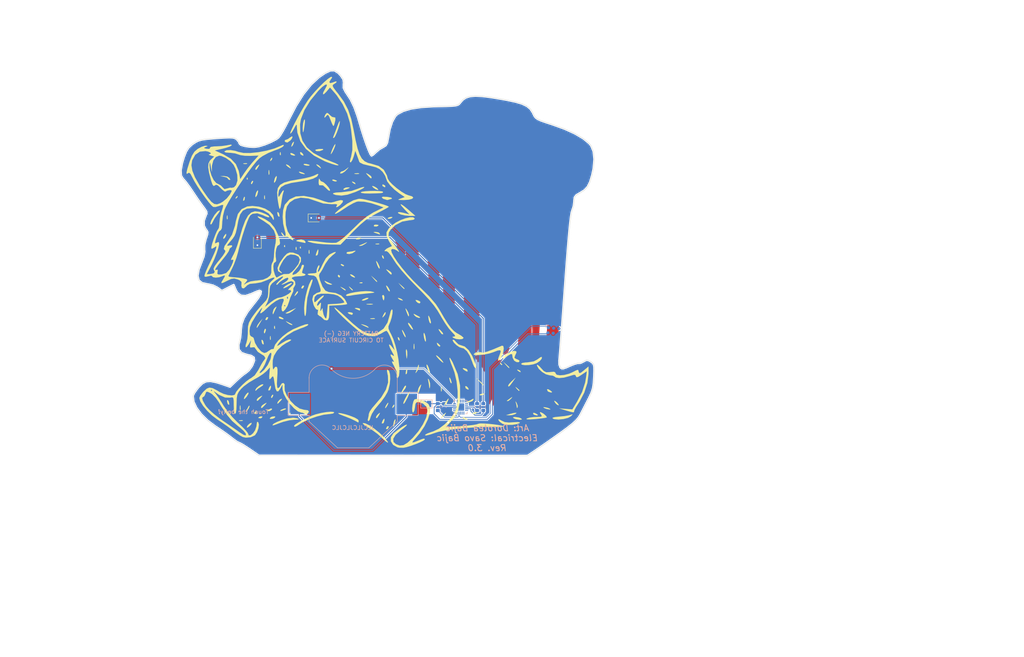
<source format=kicad_pcb>
(kicad_pcb (version 20241229) (generator "pcbnew") (generator_version "9.0")
  (title_block (title "Raccoon") (date "2025-10-25") (rev "3.0") (company "Savo Bajic"))
  (layers (0 "F.Cu" signal) (2 "B.Cu" signal) (13 "F.Paste" user) (15 "B.Paste" user) (5 "F.SilkS" user "F.Silkscreen") (7 "B.SilkS" user "B.Silkscreen") (1 "F.Mask" user) (3 "B.Mask" user) (25 "Edge.Cuts" user))
  (net 0 "")
  (net 1 "VCC")
  (net 2 "GND")
  (net 3 "Net-(D1-A)")
  (net 4 "Net-(D2-A)")
  (net 5 "/LED_RIGHT")
  (net 6 "/LED_LEFT")
  (net 7 "/~{RESET}")
  (net 8 "/SENSE")
  (net 26 "Net-(BT1-+)")
  (footprint "Diode_SMD:D_0805_2012Metric" (layer "F.Cu") (at 98.298 79.3265 90)
    (property "Reference" "D1" (hide yes))
    (property "Value" "RED")
  )
  (footprint "raccoon-art:outline" (layer "F.Cu") (at 129.794 81.534)
    (property "Reference" "G***" (hide yes))
    (property "Value" "LOGO" (hide yes))
    (fp_poly (pts (xy -11.928932 -43.048743) (xy -11.306227 -42.383493) (xy -10.693586 -41.465687) (xy -10.570003 -40.632504) (xy -10.620479 -40.324536) (xy -10.626537 -39.398593) (xy -10.15035 -38.431164) (xy -9.981605 -38.197103) (xy -8.939117 -36.605582) (xy -8.052938 -34.771667) (xy -7.244273 -32.517844) (xy -6.806653 -31.04438) (xy -6.242215 -29.132137) (xy -5.650789 -27.290939) (xy -5.075091 -25.637435) (xy -4.55784 -24.288276) (xy -4.141753 -23.360109) (xy -3.869547 -22.969586) (xy -3.847736 -22.964383) (xy -3.463275 -23.193731) (xy -2.861956 -23.751357) (xy -2.809844 -23.80627) (xy -1.92684 -24.546972) (xy -1.053473 -25.048063) (xy -0.407665 -25.443992) (xy -0.052273 -26.0963) (xy 0.126043 -27.009677) (xy 0.56896 -29.357361) (xy 1.175712 -31.231084) (xy 1.914695 -32.54759) (xy 2.415392 -33.040393) (xy 3.830996 -33.795526) (xy 5.707391 -34.350566) (xy 8.109457 -34.718003) (xy 11.102076 -34.910328) (xy 12.273375 -34.938166) (xy 14.195927 -34.974266) (xy 15.543494 -35.026503) (xy 16.436975 -35.113864) (xy 16.99727 -35.255335) (xy 17.345279 -35.469903) (xy 17.600661 -35.774782) (xy 18.236003 -36.513746) (xy 19.011035 -37.038489) (xy 20.010984 -37.354543) (xy 21.321076 -37.467443) (xy 23.026536 -37.382719) (xy 25.212593 -37.105907) (xy 27.964471 -36.642539) (xy 28.748888 -36.498559) (xy 30.971943 -36.034951) (xy 32.613805 -35.553817) (xy 33.788015 -34.997546) (xy 34.608114 -34.308528) (xy 35.187645 -33.429152) (xy 35.309627 -33.169693) (xy 35.584276 -32.605242) (xy 35.909679 -32.179116) (xy 36.410946 -31.820642) (xy 37.213187 -31.459145) (xy 38.441513 -31.023952) (xy 40.018724 -30.509564) (xy 42.929984 -29.45647) (xy 45.424432 -28.31986) (xy 47.423315 -27.143028) (xy 48.847882 -25.969269) (xy 49.321233 -25.395543) (xy 49.911889 -23.97739) (xy 50.107822 -22.089682) (xy 49.905422 -19.838449) (xy 49.564494 -18.25324) (xy 49.052706 -16.576869) (xy 48.473679 -15.415158) (xy 47.705828 -14.589001) (xy 46.627563 -13.919294) (xy 46.619569 -13.915212) (xy 45.744509 -13.401099) (xy 45.341292 -12.882009) (xy 45.232681 -12.102051) (xy 45.230733 -11.910052) (xy 45.089922 -10.746131) (xy 44.751653 -9.699362) (xy 44.729001 -9.654616) (xy 44.583332 -9.155896) (xy 44.419767 -8.167346) (xy 44.235382 -6.658481) (xy 44.027254 -4.598817) (xy 43.792458 -1.957869) (xy 43.528071 1.294847) (xy 43.231168 5.189815) (xy 42.993491 8.438535) (xy 42.745389 11.859064) (xy 42.5079 15.096436) (xy 42.286487 18.078741) (xy 42.086612 20.734065) (xy 41.913738 22.990498) (xy 41.773327 24.776127) (xy 41.670841 26.019042) (xy 41.611742 26.64733) (xy 41.608258 26.674853) (xy 41.624325 27.623603) (xy 41.867145 28.324202) (xy 42.163144 28.602326) (xy 42.58315 28.62914) (xy 43.307881 28.379342) (xy 44.135848 28.006549) (xy 45.181522 27.571548) (xy 45.980612 27.333719) (xy 46.300678 27.32851) (xy 46.777277 27.290955) (xy 47.484693 26.940197) (xy 48.160737 26.570816) (xy 48.689671 26.617314) (xy 49.267748 26.955708) (xy 49.70084 27.274574) (xy 49.959821 27.643266) (xy 50.080104 28.225578) (xy 50.097107 29.185301) (xy 50.050625 30.576406) (xy 49.949304 32.214788) (xy 49.753928 33.440196) (xy 49.395968 34.535078) (xy 48.806896 35.781883) (xy 48.770497 35.852599) (xy 48.040178 37.270825) (xy 47.299682 38.713355) (xy 46.783901 39.721829) (xy 46.329557 40.478139) (xy 45.708305 41.218952) (xy 44.814071 42.042289) (xy 43.540784 43.046169) (xy 41.8545 44.277071) (xy 40.192532 45.458805) (xy 38.548585 46.616125) (xy 37.093773 47.629303) (xy 35.999208 48.378609) (xy 35.843001 48.483324) (xy 33.933947 49.756164) (xy 1.396425 49.735904) (xy -31.141096 49.715644) (xy -33.397951 48.170151) (xy -34.502399 47.439758) (xy -35.397442 46.895557) (xy -35.921662 46.634477) (xy -35.971705 46.624658) (xy -36.400338 46.419898) (xy -37.156273 45.89495) (xy -37.716219 45.45552) (xy -38.707999 44.69674) (xy -40.033181 43.752858) (xy -41.434276 42.806347) (xy -41.683125 42.644306) (xy -43.536619 41.257622) (xy -45.079286 39.73331) (xy -46.237289 38.175441) (xy -46.936795 36.688084) (xy -47.103969 35.37531) (xy -47.051627 35.077394) (xy -46.749106 34.48823) (xy -46.138694 33.625479) (xy -45.692831 33.076709) (xy -44.809268 32.209248) (xy -43.899589 31.751857) (xy -42.803556 31.683852) (xy -41.360929 31.984551) (xy -40.172431 32.364148) (xy -38.13455 33.065281) (xy -36.551522 31.534505) (xy -35.581279 30.652049) (xy -34.689603 29.934303) (xy -34.186753 29.603929) (xy -33.545906 29.050418) (xy -32.8816 28.145256) (xy -32.687387 27.797468) (xy -32.255485 26.697893) (xy -32.347314 25.972873) (xy -33.021549 25.518291) (xy -34.115265 25.263726) (xy -35.350726 24.828836) (xy -35.998619 24.022681) (xy -36.049802 22.860888) (xy -35.881849 22.243694) (xy -35.645002 21.205501) (xy -35.503457 19.894195) (xy -35.48622 19.346024) (xy -35.319915 17.880633) (xy -34.785538 16.406822) (xy -33.819244 14.796293) (xy -32.357185 12.92075) (xy -32.191752 12.725965) (xy -31.253894 11.509324) (xy -30.721748 10.556007) (xy -30.626781 9.942102) (xy -30.957815 9.742466) (xy -31.448492 9.884485) (xy -32.313209 10.245382) (xy -32.828609 10.486845) (xy -34.327342 11.009957) (xy -35.486477 10.939542) (xy -36.344252 10.266459) (xy -36.737432 9.552244) (xy -37.242706 8.342954) (xy -38.674911 9.073611) (xy -40.107116 9.804267) (xy -41.156474 9.028443) (xy -42.272793 8.464439) (xy -43.527728 8.178382) (xy -43.572091 8.17553) (xy -44.902206 7.89804) (xy -45.697351 7.231689) (xy -45.963726 6.154881) (xy -45.707531 4.646017) (xy -45.066602 2.969969) (xy -44.474971 1.416581) (xy -44.297803 0.259091) (xy -44.34133 -0.152542) (xy -44.344429 -1.24878) (xy -44.044792 -2.594183) (xy -43.964839 -2.829276) (xy -43.633838 -3.822965) (xy -43.559558 -4.403112) (xy -43.741272 -4.80269) (xy -43.95794 -5.037783) (xy -44.439194 -5.9718) (xy -44.448448 -7.184662) (xy -44.035553 -8.342045) (xy -43.781525 -8.935907) (xy -43.853794 -9.456079) (xy -44.312545 -10.162434) (xy -44.519033 -10.429717) (xy -45.162813 -11.302119) (xy -46.022098 -12.532857) (xy -46.938263 -13.893502) (xy -47.182794 -14.265753) (xy -48.018712 -15.49436) (xy -48.783941 -16.528032) (xy -49.353608 -17.201299) (xy -49.495205 -17.330004) (xy -49.973021 -18.114688) (xy -50.043927 -19.42618) (xy -49.709367 -21.227807) (xy -49.287729 -22.607703) (xy -48.752078 -23.974312) (xy -48.175452 -24.903606) (xy -47.389959 -25.642491) (xy -47.059777 -25.884173) (xy -46.380846 -26.325466) (xy -45.715318 -26.63527) (xy -44.90246 -26.851088) (xy -43.781537 -27.010418) (xy -42.191815 -27.150764) (xy -41.372081 -27.211176) (xy -39.558524 -27.330651) (xy -38.305132 -27.377274) (xy -37.479227 -27.343275) (xy -36.948133 -27.220887) (xy -36.579175 -27.002341) (xy -36.489545 -26.925299) (xy -35.988341 -26.318207) (xy -35.838356 -25.913517) (xy -35.518738 -25.592385) (xy -34.673152 -25.316164) (xy -33.471504 -25.124663) (xy -32.184931 -25.057495) (xy -31.129742 -25.222667) (xy -29.747656 -25.652009) (xy -28.302054 -26.241134) (xy -27.056319 -26.885657) (xy -26.405622 -27.348013) (xy -25.957431 -27.927541) (xy -25.316327 -28.978293) (xy -24.576716 -30.337687) (xy -24.001123 -31.489041) (xy -22.166817 -35.013706) (xy -20.348746 -37.901843) (xy -18.503011 -40.210212) (xy -16.585717 -41.995572) (xy -15.082805 -43.020577) (xy -13.834828 -43.598791) (xy -12.848576 -43.619151)) (stroke (width 0.1)) (fill no) (layer "Edge.Cuts"))
  )
  (footprint "raccoon-art:copper" (layer "F.Cu") (at 129.794 81.534)
    (property "Reference" "G***" (hide yes))
    (property "Value" "LOGO" (hide yes))
  )
  (footprint "Diode_SMD:D_0805_2012Metric" (layer "F.Cu") (at 112.268 73.66)
    (property "Reference" "D2" (hide yes))
    (property "Value" "RED")
  )
  (footprint "raccoon-art:copper openings" (layer "F.Cu") (at 129.794 81.534)
    (property "Reference" "G***" (hide yes))
    (property "Value" "LOGO" (hide yes))
  )
  (footprint "raccoon-art:silkscreen" (layer "F.Cu") (at 129.794 81.534)
    (property "Reference" "G***" (hide yes))
    (property "Value" "LOGO" (hide yes))
  )
  (footprint "raccoon-art:tummy" (layer "F.Cu") (at 129.794 81.534)
    (property "Reference" "TP1" (hide yes))
    (property "Value" "TUMMY" (hide yes))
  )
  (footprint "Connector:Tag-Connect_TC2030-IDC-NL_2x03_P1.27mm_Vertical" (layer "B.Cu") (at 170 101 -5)
    (property "Reference" "J1" (hide yes))
    (property "Value" "AVR-UPDI-6")
  )
  (footprint "Resistor_SMD:R_0603_1608Metric" (layer "B.Cu") (at 142 119.5 -90)
    (property "Reference" "R1" (hide yes))
    (property "Value" "10k")
  )
  (footprint "Resistor_SMD:R_0603_1608Metric" (layer "B.Cu") (at 153 119.5 90)
    (property "Reference" "R3" (hide yes))
    (property "Value" "330")
  )
  (footprint "Jumper:SolderJumper-2_P1.3mm_Bridged2Bar_Pad1.0x1.5mm" (layer "B.Cu") (at 139.25 118.75)
    (property "Reference" "JP1" (hide yes))
    (property "Value" "CURRENT")
  )
  (footprint "Resistor_SMD:R_0603_1608Metric" (layer "B.Cu") (at 151.5 119.5 90)
    (property "Reference" "R2" (hide yes))
    (property "Value" "330")
  )
  (footprint "Package_DFN_QFN:VQFN-20-1EP_3x3mm_P0.4mm_EP1.7x1.7mm" (layer "B.Cu") (at 147.5 119.5)
    (property "Reference" "U1" (hide yes))
    (property "Value" "ATtiny1616-MN")
  )
  (footprint "Capacitor_SMD:C_0603_1608Metric" (layer "B.Cu") (at 143.5 119.5 -90)
    (property "Reference" "C1" (hide yes))
    (property "Value" "1u")
  )
  (footprint "Battery:BatteryHolder_Multicomp_BC-2001_1x2032" (layer "B.Cu") (at 121.5 118.75 180)
    (property "Reference" "BT1" (hide yes))
    (property "Value" "CR2032")
  )
  (gr_text "Touch the belly!" (at 94.996 120.65 0) (layer "B.SilkS") (effects (font (size 1 1) (thickness 0.15) (italic yes)) (justify mirror)))
  (gr_text "Art: Dorotea Bajic\nElectrical: Savo Bajic\nRev. ${REVISION}" (at 154 127 0) (layer "B.SilkS") (effects (font (size 1.5 1.5) (thickness 0.225) (italic yes)) (justify mirror)))
  (gr_text "JLCJLCJLCJLC" (at 121.5 124.5 0) (layer "B.SilkS") (effects (font (size 1 1)) (justify mirror)))
  (gr_text "BATTERY NEG (-)\nTO CIRCUIT SURFACE" (at 121 102.5 0) (layer "B.SilkS") (effects (font (size 1 1)) (justify mirror)))
  (segment (start 168.451385 101.75) (end 168.679489 101.521896) (width 0.2) (layer "B.Cu") (net 1))
  (segment (start 142 118.675) (end 141.125 119.55) (width 0.2) (layer "B.Cu") (net 1))
  (segment (start 141.125 119.55) (end 141.125 121.125) (width 0.2) (layer "B.Cu") (net 1))
  (segment (start 143.45 118.675) (end 143.5 118.725) (width 0.2) (layer "B.Cu") (net 1))
  (segment (start 142 118.675) (end 143.45 118.675) (width 0.2) (layer "B.Cu") (net 1))
  (segment (start 142 118.675) (end 139.975 118.675) (width 0.2) (layer "B.Cu") (net 1))
  (segment (start 141.125 121.125) (end 142.5 122.5) (width 0.2) (layer "B.Cu") (net 1))
  (segment (start 155.25 121.25) (end 155.25 110.25) (width 0.2) (layer "B.Cu") (net 1))
  (segment (start 142.5 122.5) (end 154 122.5) (width 0.2) (layer "B.Cu") (net 1))
  (segment (start 141.95 118.675) (end 142 118.725) (width 0.25) (layer "B.Cu") (net 1))
  (segment (start 155.25 110.25) (end 163.75 101.75) (width 0.2) (layer "B.Cu") (net 1))
  (segment (start 139.975 118.675) (end 139.9 118.75) (width 0.2) (layer "B.Cu") (net 1))
  (segment (start 143.875 119.1) (end 146.05 119.1) (width 0.2) (layer "B.Cu") (net 1))
  (segment (start 163.75 101.75) (end 168.451385 101.75) (width 0.2) (layer "B.Cu") (net 1))
  (segment (start 143.5 118.725) (end 143.875 119.1) (width 0.2) (layer "B.Cu") (net 1))
  (segment (start 154 122.5) (end 155.25 121.25) (width 0.2) (layer "B.Cu") (net 1))
  (segment (start 144.5 123.25) (end 145.990521 121.759479) (width 0.15) (layer "F.Cu") (net 2))
  (segment (start 144.5 123.275) (end 144.5 123.25) (width 0.15) (layer "F.Cu") (net 2))
  (segment (start 145.990521 121.759479) (end 145.990521 121.325) (width 0.15) (layer "F.Cu") (net 2))
  (via (at 111.3305 73.66) (size 0.8) (drill 0.4) (layers "F.Cu" "B.Cu") (net 2))
  (via (at 145.990521 121.325) (size 0.8) (drill 0.4) (layers "F.Cu" "B.Cu") (net 2))
  (via (at 98.298 80.264) (size 0.8) (drill 0.4) (layers "F.Cu" "B.Cu") (net 2))
  (via (at 144.5 123.275) (size 0.8) (drill 0.4) (layers "F.Cu" "B.Cu") (net 2))
  (segment (start 144.940521 120.275) (end 145.990521 121.325) (width 0.15) (layer "B.Cu") (net 2))
  (segment (start 143.5 120.275) (end 144.940521 120.275) (width 0.15) (layer "B.Cu") (net 2))
  (via (at 98.298 78.389) (size 0.8) (drill 0.4) (layers "F.Cu" "B.Cu") (net 3))
  (segment (start 130.389 78.389) (end 151.5 99.5) (width 0.25) (layer "B.Cu") (net 3))
  (segment (start 98.298 78.389) (end 130.389 78.389) (width 0.25) (layer "B.Cu") (net 3))
  (segment (start 151.5 99.5) (end 151.5 118.675) (width 0.25) (layer "B.Cu") (net 3))
  (via (at 113.2055 73.66) (size 0.8) (drill 0.4) (layers "F.Cu" "B.Cu") (net 4))
  (segment (start 153 98) (end 153 118.675) (width 0.25) (layer "B.Cu") (net 4))
  (segment (start 128.66 73.66) (end 153 98) (width 0.25) (layer "B.Cu") (net 4))
  (segment (start 113.2055 73.66) (end 128.66 73.66) (width 0.25) (layer "B.Cu") (net 4))
  (segment (start 153 120.325) (end 153 121) (width 0.2) (layer "B.Cu") (net 5))
  (segment (start 152.5 121.5) (end 151 121.5) (width 0.2) (layer "B.Cu") (net 5))
  (segment (start 149.9 119.9) (end 148.95 119.9) (width 0.2) (layer "B.Cu") (net 5))
  (segment (start 150 120) (end 149.9 119.9) (width 0.2) (layer "B.Cu") (net 5))
  (segment (start 150.5 121) (end 150 120.5) (width 0.2) (layer "B.Cu") (net 5))
  (segment (start 150 120.5) (end 150 120) (width 0.2) (layer "B.Cu") (net 5))
  (segment (start 151 121.5) (end 150.5 121) (width 0.2) (layer "B.Cu") (net 5))
  (segment (start 153 121) (end 152.5 121.5) (width 0.2) (layer "B.Cu") (net 5))
  (segment (start 150.675 119.5) (end 151.5 120.325) (width 0.2) (layer "B.Cu") (net 6))
  (segment (start 148.95 119.5) (end 150.675 119.5) (width 0.2) (layer "B.Cu") (net 6))
  (segment (start 164.792675 99.957325) (end 168.490775 99.957325) (width 0.15) (layer "B.Cu") (net 7))
  (segment (start 168.490775 99.957325) (end 168.790178 100.256728) (width 0.15) (layer "B.Cu") (net 7))
  (segment (start 147.1 120.95) (end 147.1 121.6) (width 0.15) (layer "B.Cu") (net 7))
  (segment (start 147.1 121.6) (end 147.5 122) (width 0.15) (layer "B.Cu") (net 7))
  (segment (start 147.1 120.95) (end 147.1 121.75) (width 0.15) (layer "B.Cu") (net 7))
  (segment (start 143.675 122) (end 142 120.325) (width 0.15) (layer "B.Cu") (net 7))
  (segment (start 147.5 122) (end 153.75 122) (width 0.15) (layer "B.Cu") (net 7))
  (segment (start 146.85 122) (end 143.675 122) (width 0.15) (layer "B.Cu") (net 7))
  (segment (start 154.75 110) (end 164.792675 99.957325) (width 0.15) (layer "B.Cu") (net 7))
  (segment (start 154.75 121) (end 154.75 110) (width 0.15) (layer "B.Cu") (net 7))
  (segment (start 147.1 121.75) (end 146.85 122) (width 0.15) (layer "B.Cu") (net 7))
  (segment (start 153.75 122) (end 154.75 121) (width 0.15) (layer "B.Cu") (net 7))
  (via (at 116.257014 110.189685) (size 0.8) (drill 0.4) (layers "F.Cu" "B.Cu") (net 8))
  (segment (start 146.05 118.7) (end 146.05 117.55) (width 0.15) (layer "B.Cu") (net 8))
  (segment (start 138.689685 110.189685) (end 116.257014 110.189685) (width 0.15) (layer "B.Cu") (net 8))
  (segment (start 146.05 117.55) (end 138.689685 110.189685) (width 0.15) (layer "B.Cu") (net 8))
  (segment (start 134.362 121.888) (end 134.362 118.618) (width 0.25) (layer "B.Cu") (net 26))
  (segment (start 108.462 121.712) (end 116.75 130) (width 0.25) (layer "B.Cu") (net 26))
  (segment (start 108.462 118.618) (end 108.462 121.712) (width 0.25) (layer "B.Cu") (net 26))
  (segment (start 126.25 130) (end 134.362 121.888) (width 0.25) (layer "B.Cu") (net 26))
  (segment (start 116.75 130) (end 126.25 130) (width 0.25) (layer "B.Cu") (net 26))
  (segment (start 138.6 118.75) (end 134.45 118.75) (width 0.2) (layer "B.Cu") (net 26))
  (zone (net 2) (net_name "GND") (layer "B.Cu") (connect_pads yes (clearance 0.15)) (min_thickness 0.15) (fill yes (thermal_gap 0.508) (thermal_bridge_width 0.508))
    (polygon (pts (xy 120.396 38.354) (xy 120.904 42.164) (xy 125.984 55.626) (xy 128.524 53.594) (xy 131.572 46.736) (xy 144.526 44.704) (xy 149.098 42.418) (xy 163.322 44.196) (xy 169.164 49.276) (xy 181.61 55.626) (xy 180.594 66.04) (xy 176.53 69.596) (xy 173.482 107.442) (xy 180.848 106.426) (xy 182.626 114.046) (xy 177.038 124.968) (xy 164.084 132.588) (xy 98.298 132.334) (xy 83.312 121.666) (xy 81.28 120.142) (xy 81.026 117.094) (xy 82.296 113.538) (xy 86.106 111.76) (xy 91.948 112.268) (xy 94.234 108.458) (xy 92.456 106.172) (xy 92.456 101.854) (xy 93.726 96.52) (xy 94.742 93.726) (xy 92.202 92.964) (xy 89.154 92.202) (xy 84.328 91.948) (xy 82.042 90.678) (xy 81.788 85.598) (xy 83.312 79.248) (xy 83.566 72.898) (xy 77.47 64.262) (xy 78.486 57.404) (xy 82.804 53.34) (xy 93.472 52.324) (xy 95.758 54.864) (xy 99.314 54.356) (xy 103.378 51.308) (xy 111.252 38.1) (xy 116.586 36.576)))
  )
  (zone (net 0) (net_name "") (layer "B.Cu") (connect_pads (clearance 0)) (min_thickness 0.25)
    (keepout (tracks allowed) (vias allowed) (pads allowed) (copperpour not_allowed) (footprints allowed))
    (fill (thermal_gap 0.5) (thermal_bridge_width 0.5))
    (polygon (pts (xy 141.5 116.25) (xy 141.5 121.25) (xy 137 121.25) (xy 137 116.25)))
  )
)
</source>
